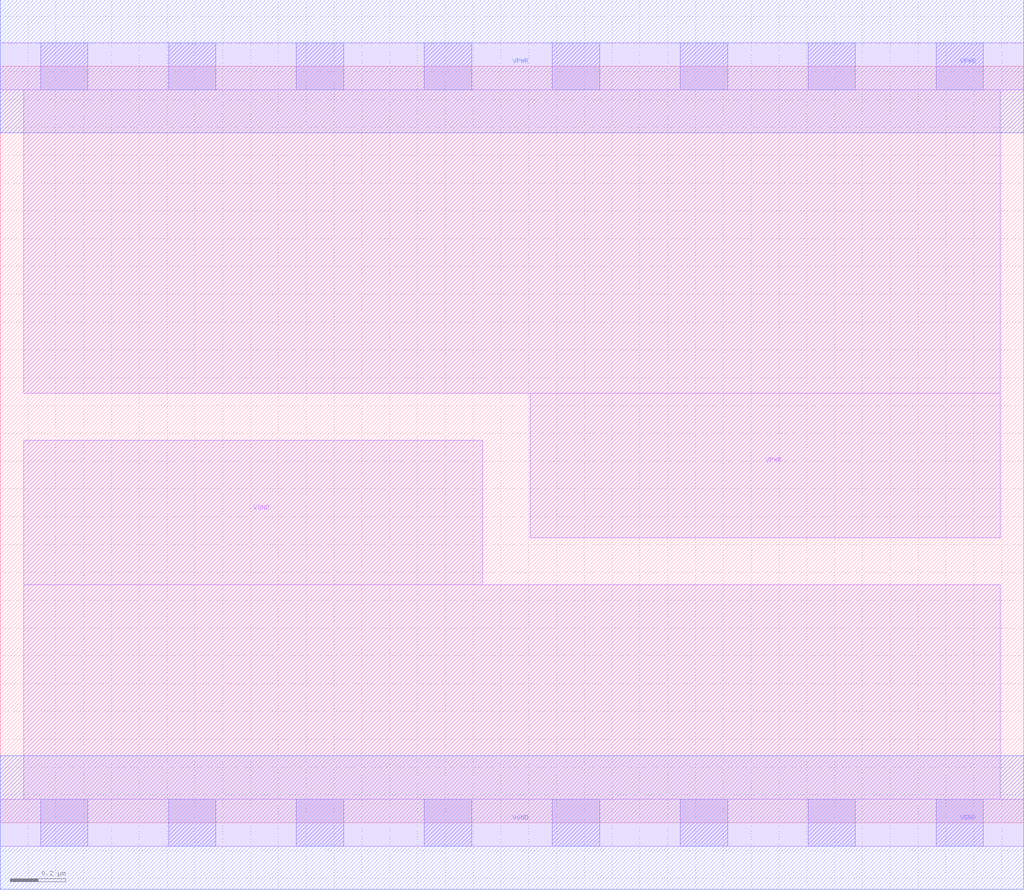
<source format=lef>
# Copyright 2020 The SkyWater PDK Authors
#
# Licensed under the Apache License, Version 2.0 (the "License");
# you may not use this file except in compliance with the License.
# You may obtain a copy of the License at
#
#     https://www.apache.org/licenses/LICENSE-2.0
#
# Unless required by applicable law or agreed to in writing, software
# distributed under the License is distributed on an "AS IS" BASIS,
# WITHOUT WARRANTIES OR CONDITIONS OF ANY KIND, either express or implied.
# See the License for the specific language governing permissions and
# limitations under the License.
#
# SPDX-License-Identifier: Apache-2.0

VERSION 5.7 ;
  NAMESCASESENSITIVE ON ;
  NOWIREEXTENSIONATPIN ON ;
  DIVIDERCHAR "/" ;
  BUSBITCHARS "[]" ;
UNITS
  DATABASE MICRONS 200 ;
END UNITS
MACRO sky130_fd_sc_hd__decap_8
  CLASS CORE ;
  SOURCE USER ;
  FOREIGN sky130_fd_sc_hd__decap_8 ;
  ORIGIN  0.000000  0.000000 ;
  SIZE  3.680000 BY  2.720000 ;
  SYMMETRY X Y R90 ;
  SITE unithd ;
  PIN VGND
    DIRECTION INOUT ;
    SHAPE ABUTMENT ;
    USE GROUND ;
    PORT
      LAYER li1 ;
        RECT 0.000000 -0.085000 3.680000 0.085000 ;
        RECT 0.085000  0.085000 3.595000 0.855000 ;
        RECT 0.085000  0.855000 1.735000 1.375000 ;
      LAYER mcon ;
        RECT 0.145000 -0.085000 0.315000 0.085000 ;
        RECT 0.605000 -0.085000 0.775000 0.085000 ;
        RECT 1.065000 -0.085000 1.235000 0.085000 ;
        RECT 1.525000 -0.085000 1.695000 0.085000 ;
        RECT 1.985000 -0.085000 2.155000 0.085000 ;
        RECT 2.445000 -0.085000 2.615000 0.085000 ;
        RECT 2.905000 -0.085000 3.075000 0.085000 ;
        RECT 3.365000 -0.085000 3.535000 0.085000 ;
      LAYER met1 ;
        RECT 0.000000 -0.240000 3.680000 0.240000 ;
    END
  END VGND
  PIN VPWR
    DIRECTION INOUT ;
    SHAPE ABUTMENT ;
    USE POWER ;
    PORT
      LAYER li1 ;
        RECT 0.000000 2.635000 3.680000 2.805000 ;
        RECT 0.085000 1.545000 3.595000 2.635000 ;
        RECT 1.905000 1.025000 3.595000 1.545000 ;
      LAYER mcon ;
        RECT 0.145000 2.635000 0.315000 2.805000 ;
        RECT 0.605000 2.635000 0.775000 2.805000 ;
        RECT 1.065000 2.635000 1.235000 2.805000 ;
        RECT 1.525000 2.635000 1.695000 2.805000 ;
        RECT 1.985000 2.635000 2.155000 2.805000 ;
        RECT 2.445000 2.635000 2.615000 2.805000 ;
        RECT 2.905000 2.635000 3.075000 2.805000 ;
        RECT 3.365000 2.635000 3.535000 2.805000 ;
      LAYER met1 ;
        RECT 0.000000 2.480000 3.680000 2.960000 ;
    END
  END VPWR
END sky130_fd_sc_hd__decap_8

</source>
